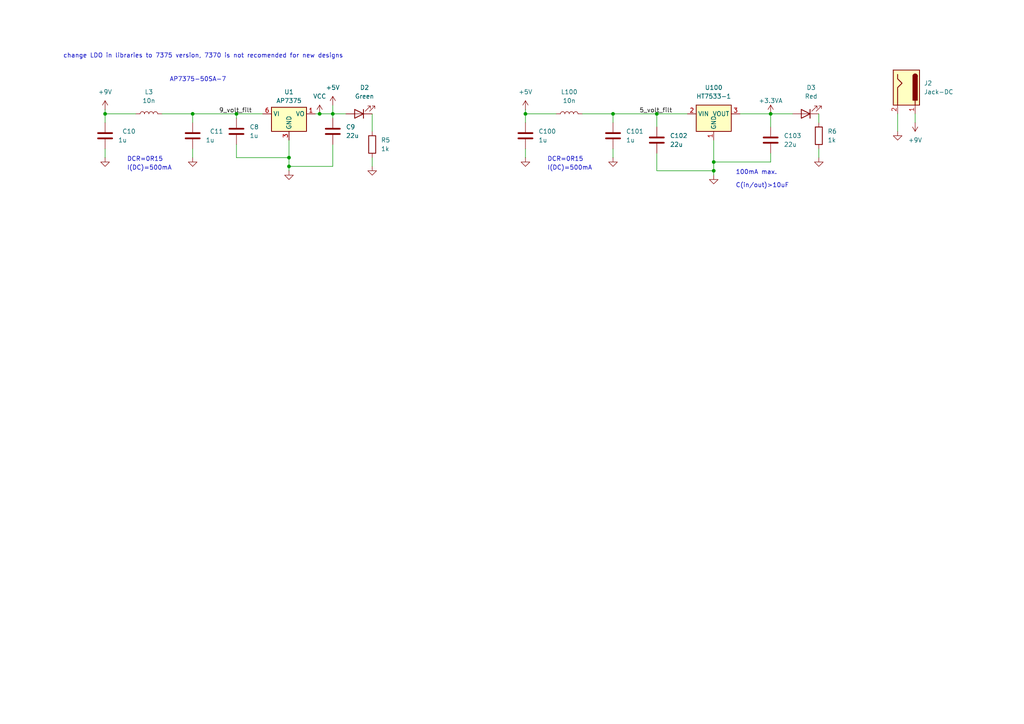
<source format=kicad_sch>
(kicad_sch (version 20250114) (generator "eeschema") (generator_version "9.0")
  (paper "A4")
  (lib_symbols
    (symbol "Connector:Jack-DC" (pin_names (offset 1.016))
      (property "Reference" "J" (at 0 5.334 0))
      (property "Value" "Jack-DC" (at 0 -5.08 0))
      (symbol "Jack-DC_0_1"
        (rectangle (start -5.08 3.81) (end 5.08 -3.81) (stroke (width 0.254)) (fill (type background)))
        (polyline (pts (xy -3.81 -2.54) (xy -2.54 -2.54) (xy -1.27 -1.27) (xy 0 -2.54) (xy 2.54 -2.54) (xy 5.08 -2.54)) (stroke (width 0.254)))
        (arc (start -3.302 1.905) (mid -3.9343 2.54) (end -3.302 3.175) (stroke (width 0.254)))
        (arc (start -3.302 1.905) (mid -3.9343 2.54) (end -3.302 3.175) (stroke (width 0.254)) (fill (type outline)))
        (rectangle (start 3.683 3.175) (end -3.302 1.905) (stroke (width 0.254)) (fill (type outline)))
        (polyline (pts (xy 5.08 2.54) (xy 3.81 2.54)) (stroke (width 0.254)))
      )
      (symbol "Jack-DC_1_1"
        (pin passive line (at 7.62 2.54 180) (length 2.54) (name "~") (number "1"))
        (pin passive line (at 7.62 -2.54 180) (length 2.54) (name "~") (number "2"))
      )
    )
    (symbol "Device:C" (pin_numbers (hide yes)) (pin_names (offset 0.254))
      (property "Reference" "C" (at 0.635 2.54 0))
      (property "Value" "C" (at 0.635 -2.54 0))
      (symbol "C_0_1"
        (polyline (pts (xy -2.032 0.762) (xy 2.032 0.762)) (stroke (width 0.508)))
        (polyline (pts (xy -2.032 -0.762) (xy 2.032 -0.762)) (stroke (width 0.508)))
      )
      (symbol "C_1_1"
        (pin passive line (at 0 3.81 270) (length 2.794) (name "~") (number "1"))
        (pin passive line (at 0 -3.81 90) (length 2.794) (name "~") (number "2"))
      )
    )
    (symbol "Device:L" (pin_numbers (hide yes)) (pin_names (offset 1.016) (hide yes))
      (property "Reference" "L" (at -1.27 0 90))
      (property "Value" "L" (at 1.905 0 90))
      (symbol "L_0_1"
        (arc (start 0 2.54) (mid 0.6323 1.905) (end 0 1.27))
        (arc (start 0 1.27) (mid 0.6323 0.635) (end 0 0))
        (arc (start 0 0) (mid 0.6323 -0.635) (end 0 -1.27))
        (arc (start 0 -1.27) (mid 0.6323 -1.905) (end 0 -2.54))
      )
      (symbol "L_1_1"
        (pin passive line (at 0 3.81 270) (length 1.27) (name "1") (number "1"))
        (pin passive line (at 0 -3.81 90) (length 1.27) (name "2") (number "2"))
      )
    )
    (symbol "Device:LED" (pin_numbers (hide yes)) (pin_names (offset 1.016) (hide yes))
      (property "Reference" "D" (at 0 2.54 0))
      (property "Value" "LED" (at 0 -2.54 0))
      (symbol "LED_0_1"
        (polyline (pts (xy -3.048 -0.762) (xy -4.572 -2.286) (xy -3.81 -2.286) (xy -4.572 -2.286) (xy -4.572 -1.524)))
        (polyline (pts (xy -1.778 -0.762) (xy -3.302 -2.286) (xy -2.54 -2.286) (xy -3.302 -2.286) (xy -3.302 -1.524)))
        (polyline (pts (xy -1.27 0) (xy 1.27 0)))
        (polyline (pts (xy -1.27 -1.27) (xy -1.27 1.27)) (stroke (width 0.254)))
        (polyline (pts (xy 1.27 -1.27) (xy 1.27 1.27) (xy -1.27 0) (xy 1.27 -1.27)) (stroke (width 0.254)))
      )
      (symbol "LED_1_1"
        (pin passive line (at -3.81 0 0) (length 2.54) (name "K") (number "1"))
        (pin passive line (at 3.81 0 180) (length 2.54) (name "A") (number "2"))
      )
    )
    (symbol "Device:R" (pin_numbers (hide yes)) (pin_names (offset 0))
      (property "Reference" "R" (at 2.032 0 90))
      (property "Value" "R" (at 0 0 90))
      (symbol "R_0_1"
        (rectangle (start -1.016 -2.54) (end 1.016 2.54) (stroke (width 0.254)))
      )
      (symbol "R_1_1"
        (pin passive line (at 0 3.81 270) (length 1.27) (name "~") (number "1"))
        (pin passive line (at 0 -3.81 90) (length 1.27) (name "~") (number "2"))
      )
    )
    (symbol "Regulator_Linear:AP7370-50FDC"
      (property "Reference" "U" (at -3.81 3.175 0))
      (property "Value" "AP7370-50FDC" (at 0 3.175 0))
      (symbol "AP7370-50FDC_0_1"
        (rectangle (start -5.08 -5.08) (end 5.08 1.905) (stroke (width 0.254)) (fill (type background)))
      )
      (symbol "AP7370-50FDC_1_1"
        (pin power_in line (at -7.62 0 0) (length 2.54) (name "VI") (number "6"))
        (pin no_connect line (at -5.08 -2.54 0) (length 2.54) (hide yes) (name "NC") (number "2"))
        (pin no_connect line (at -5.08 -5.08 0) (length 2.54) (hide yes) (name "NC") (number "5"))
        (pin power_in line (at 0 -7.62 90) (length 2.54) (name "GND") (number "3"))
        (pin passive line (at 0 -7.62 90) (length 2.54) (hide yes) (name "GND") (number "7"))
        (pin no_connect line (at 5.08 -2.54 180) (length 2.54) (hide yes) (name "NC") (number "4"))
        (pin power_out line (at 7.62 0 180) (length 2.54) (name "VO") (number "1"))
      )
    )
    (symbol "Regulator_Linear:HT75xx-1-SOT89"
      (property "Reference" "U" (at -5.08 -3.81 0))
      (property "Value" "HT75xx-1-SOT89" (at 0 6.35 0))
      (symbol "HT75xx-1-SOT89_0_1"
        (rectangle (start -5.08 5.08) (end 5.08 -2.54) (stroke (width 0.254)) (fill (type background)))
      )
      (symbol "HT75xx-1-SOT89_1_1"
        (pin power_in line (at -7.62 2.54 0) (length 2.54) (name "VIN") (number "2"))
        (pin power_in line (at 0 -5.08 90) (length 2.54) (name "GND") (number "1"))
        (pin power_out line (at 7.62 2.54 180) (length 2.54) (name "VOUT") (number "3"))
      )
    )
    (symbol "power:+3.3VA" (power) (pin_names (offset 0))
      (property "Value" "+3.3VA" (at 0 3.556 0))
      (symbol "+3.3VA_0_1"
        (polyline (pts (xy -0.762 1.27) (xy 0 2.54)))
        (polyline (pts (xy 0 2.54) (xy 0.762 1.27)))
        (polyline (pts (xy 0 0) (xy 0 2.54)))
      )
      (symbol "+3.3VA_1_1"
        (pin power_in line (at 0 0 90) (length 0) (hide yes) (name "+3.3VA") (number "1"))
      )
    )
    (symbol "power:+5V" (power) (pin_numbers (hide yes)) (pin_names (offset 0) (hide yes))
      (property "Value" "+5V" (at 0 3.556 0))
      (symbol "+5V_0_1"
        (polyline (pts (xy -0.762 1.27) (xy 0 2.54)))
        (polyline (pts (xy 0 2.54) (xy 0.762 1.27)))
        (polyline (pts (xy 0 0) (xy 0 2.54)))
      )
      (symbol "+5V_1_1"
        (pin power_in line (at 0 0 90) (length 0) (name "~") (number "1"))
      )
    )
    (symbol "power:+9V" (power) (pin_numbers (hide yes)) (pin_names (offset 0) (hide yes))
      (property "Value" "+9V" (at 0 3.556 0))
      (symbol "+9V_0_1"
        (polyline (pts (xy -0.762 1.27) (xy 0 2.54)))
        (polyline (pts (xy 0 2.54) (xy 0.762 1.27)))
        (polyline (pts (xy 0 0) (xy 0 2.54)))
      )
      (symbol "+9V_1_1"
        (pin power_in line (at 0 0 90) (length 0) (name "~") (number "1"))
      )
    )
    (symbol "power:GND" (power) (pin_numbers (hide yes)) (pin_names (offset 0) (hide yes))
      (property "Value" "GND" (at 0 -3.81 0))
      (symbol "GND_0_1"
        (polyline (pts (xy 0 0) (xy 0 -1.27) (xy 1.27 -1.27) (xy 0 -2.54) (xy -1.27 -1.27) (xy 0 -1.27)))
      )
      (symbol "GND_1_1"
        (pin power_in line (at 0 0 270) (length 0) (name "~") (number "1"))
      )
    )
    (symbol "power:VCC" (power) (pin_numbers (hide yes)) (pin_names (offset 0) (hide yes))
      (property "Value" "VCC" (at 0 3.556 0))
      (symbol "VCC_0_1"
        (polyline (pts (xy -0.762 1.27) (xy 0 2.54)))
        (polyline (pts (xy 0 2.54) (xy 0.762 1.27)))
        (polyline (pts (xy 0 0) (xy 0 2.54)))
      )
      (symbol "VCC_1_1"
        (pin power_in line (at 0 0 90) (length 0) (name "~") (number "1"))
      )
    )
  )
  (text "I(DC)=500mA" (at 158.75 49.53 0) (effects (font (size 1.27 1.27)) (justify left bottom)))
  (text "DCR=0R15" (at 158.75 46.99 0) (effects (font (size 1.27 1.27)) (justify left bottom)))
  (text "C(in/out)>10uF" (at 213.36 54.61 0) (effects (font (size 1.27 1.27)) (justify left bottom)))
  (text "DCR=0R15" (at 36.83 46.99 0) (effects (font (size 1.27 1.27)) (justify left bottom)))
  (text "100mA max." (at 213.36 50.8 0) (effects (font (size 1.27 1.27)) (justify left bottom)))
  (text "change LDO in libraries to 7375 version, 7370 is not recomended for new designs\n" (at 58.928 16.256 0) (effects (font (size 1.27 1.27))))
  (text "I(DC)=500mA" (at 36.83 49.53 0) (effects (font (size 1.27 1.27)) (justify left bottom)))
  (text "AP7375-50SA-7" (at 57.404 23.114 0) (effects (font (size 1.27 1.27))))
  (junction (at 96.52 33.02))
  (junction (at 207.01 49.53))
  (junction (at 30.48 33.02))
  (junction (at 83.82 48.26))
  (junction (at 68.58 33.02))
  (junction (at 152.4 33.02))
  (junction (at 177.8 33.02))
  (junction (at 190.5 33.02))
  (junction (at 55.88 33.02))
  (junction (at 207.01 46.99))
  (junction (at 223.52 33.02))
  (junction (at 92.71 33.02))
  (junction (at 83.82 45.72))
  (wire (pts (xy 96.52 33.02) (xy 92.71 33.02)))
  (wire (pts (xy 207.01 46.99) (xy 207.01 49.53)))
  (wire (pts (xy 265.43 33.02) (xy 265.43 35.56)))
  (wire (pts (xy 168.91 33.02) (xy 177.8 33.02)))
  (wire (pts (xy 55.88 33.02) (xy 68.58 33.02)))
  (wire (pts (xy 190.5 33.02) (xy 190.5 36.83)))
  (wire (pts (xy 223.52 33.02) (xy 223.52 36.83)))
  (wire (pts (xy 30.48 33.02) (xy 30.48 35.56)))
  (wire (pts (xy 199.39 33.02) (xy 190.5 33.02)))
  (wire (pts (xy 96.52 33.02) (xy 96.52 34.29)))
  (wire (pts (xy 107.95 33.02) (xy 107.95 38.1)))
  (wire (pts (xy 177.8 45.72) (xy 177.8 43.18)))
  (wire (pts (xy 68.58 33.02) (xy 76.2 33.02)))
  (wire (pts (xy 83.82 49.53) (xy 83.82 48.26)))
  (wire (pts (xy 260.35 33.02) (xy 260.35 38.1)))
  (wire (pts (xy 214.63 33.02) (xy 223.52 33.02)))
  (wire (pts (xy 237.49 33.02) (xy 237.49 35.56)))
  (wire (pts (xy 177.8 33.02) (xy 190.5 33.02)))
  (wire (pts (xy 46.99 33.02) (xy 55.88 33.02)))
  (wire (pts (xy 107.95 45.72) (xy 107.95 48.26)))
  (wire (pts (xy 207.01 49.53) (xy 190.5 49.53)))
  (wire (pts (xy 96.52 48.26) (xy 83.82 48.26)))
  (wire (pts (xy 68.58 45.72) (xy 83.82 45.72)))
  (wire (pts (xy 30.48 33.02) (xy 39.37 33.02)))
  (wire (pts (xy 152.4 45.72) (xy 152.4 43.18)))
  (wire (pts (xy 83.82 48.26) (xy 83.82 45.72)))
  (wire (pts (xy 96.52 30.48) (xy 96.52 33.02)))
  (wire (pts (xy 92.71 33.02) (xy 91.44 33.02)))
  (wire (pts (xy 83.82 40.64) (xy 83.82 45.72)))
  (wire (pts (xy 55.88 35.56) (xy 55.88 33.02)))
  (wire (pts (xy 152.4 33.02) (xy 161.29 33.02)))
  (wire (pts (xy 96.52 33.02) (xy 100.33 33.02)))
  (wire (pts (xy 152.4 33.02) (xy 152.4 35.56)))
  (wire (pts (xy 177.8 35.56) (xy 177.8 33.02)))
  (wire (pts (xy 96.52 41.91) (xy 96.52 48.26)))
  (wire (pts (xy 30.48 31.75) (xy 30.48 33.02)))
  (wire (pts (xy 237.49 43.18) (xy 237.49 45.72)))
  (wire (pts (xy 55.88 45.72) (xy 55.88 43.18)))
  (wire (pts (xy 30.48 45.72) (xy 30.48 43.18)))
  (wire (pts (xy 68.58 34.29) (xy 68.58 33.02)))
  (wire (pts (xy 223.52 46.99) (xy 223.52 44.45)))
  (wire (pts (xy 207.01 49.53) (xy 207.01 50.8)))
  (wire (pts (xy 152.4 31.75) (xy 152.4 33.02)))
  (wire (pts (xy 207.01 46.99) (xy 223.52 46.99)))
  (wire (pts (xy 223.52 33.02) (xy 229.87 33.02)))
  (wire (pts (xy 207.01 40.64) (xy 207.01 46.99)))
  (wire (pts (xy 68.58 45.72) (xy 68.58 41.91)))
  (wire (pts (xy 190.5 44.45) (xy 190.5 49.53)))
  (label "5_volt_filt" (at 185.42 33.02 0))
  (label "9_volt_filt" (at 63.5 33.02 0))
  (symbol (lib_id "Regulator_Linear:HT75xx-1-SOT89") (at 207.01 35.56 0) (unit 1)
    (property "Reference" "U100" (at 207.01 25.4 0))
    (property "Value" "HT7533-1" (at 207.01 27.94 0))
    (property "Footprint" "Package_TO_SOT_SMD:SOT-89-3" (effects (hide yes)))
    (property "Datasheet" "https://www.holtek.com/documents/10179/116711/HT75xx-1v250.pdf" (effects (hide yes)))
  )
  (symbol (lib_id "Device:C") (at 190.5 40.64 0) (unit 1)
    (property "Reference" "C102" (at 194.31 39.37 0) (effects (justify left)))
    (property "Value" "22u" (at 194.31 41.91 0) (effects (justify left)))
    (property "Footprint" "Capacitor_SMD:C_0805_2012Metric" (effects (hide yes)))
  )
  (symbol (lib_id "Device:C") (at 223.52 40.64 0) (unit 1)
    (property "Reference" "C103" (at 227.33 39.37 0) (effects (justify left)))
    (property "Value" "22u" (at 227.33 41.91 0) (effects (justify left)))
    (property "Footprint" "Capacitor_SMD:C_0805_2012Metric" (effects (hide yes)))
  )
  (symbol (lib_id "Device:C") (at 152.4 39.37 0) (mirror y) (unit 1)
    (property "Reference" "C100" (at 161.29 38.1 0) (effects (justify left)))
    (property "Value" "1u" (at 158.75 40.64 0) (effects (justify left)))
    (property "Footprint" "Capacitor_SMD:C_0603_1608Metric" (effects (hide yes)))
  )
  (symbol (lib_id "Device:C") (at 177.8 39.37 0) (mirror y) (unit 1)
    (property "Reference" "C101" (at 186.69 38.1 0) (effects (justify left)))
    (property "Value" "1u" (at 184.15 40.64 0) (effects (justify left)))
    (property "Footprint" "Capacitor_SMD:C_0603_1608Metric" (effects (hide yes)))
  )
  (symbol (lib_id "Device:R") (at 107.95 41.91 0) (unit 1)
    (property "Reference" "R5" (at 110.49 40.6399 0) (effects (justify left)))
    (property "Value" "1k" (at 110.49 43.1799 0) (effects (justify left)))
    (property "Description" "Resistor" (effects (hide yes)))
  )
  (symbol (lib_id "power:GND") (at 55.88 45.72 0) (unit 1)
    (property "Reference" "#PWR022" (effects (hide yes)))
    (property "Value" "GND" (effects (hide yes)))
  )
  (symbol (lib_id "Device:C") (at 68.58 38.1 0) (unit 1)
    (property "Reference" "C8" (at 72.39 36.8299 0) (effects (justify left)))
    (property "Value" "1u" (at 72.39 39.3699 0) (effects (justify left)))
    (property "Description" "Unpolarized capacitor" (effects (hide yes)))
  )
  (symbol (lib_id "Device:LED") (at 104.14 33.02 180) (unit 1)
    (property "Reference" "D2" (at 105.7275 25.4 0))
    (property "Value" "Green" (at 105.7275 27.94 0))
    (property "Description" "Light emitting diode" (effects (hide yes)))
    (property "Sim.Pins" "1=K 2=A" (effects (hide yes)))
  )
  (symbol (lib_id "Device:L") (at 165.1 33.02 90) (unit 1)
    (property "Reference" "L100" (at 165.1 26.67 90))
    (property "Value" "10n" (at 165.1 29.21 90))
    (property "Footprint" "Inductor_SMD:L_0402_1005Metric" (effects (hide yes)))
  )
  (symbol (lib_id "power:GND") (at 177.8 45.72 0) (unit 1)
    (property "Reference" "#PWR016" (effects (hide yes)))
    (property "Value" "GND" (effects (hide yes)))
  )
  (symbol (lib_id "Device:LED") (at 233.68 33.02 180) (unit 1)
    (property "Reference" "D3" (at 235.2675 25.4 0))
    (property "Value" "Red" (at 235.2675 27.94 0))
    (property "Description" "Light emitting diode" (effects (hide yes)))
    (property "Sim.Pins" "1=K 2=A" (effects (hide yes)))
  )
  (symbol (lib_id "power:GND") (at 237.49 45.72 0) (unit 1)
    (property "Reference" "#PWR023" (effects (hide yes)))
    (property "Value" "GND" (effects (hide yes)))
    (property "Description" "Power symbol creates a global label with name \"GND\" , ground" (effects (hide yes)))
  )
  (symbol (lib_id "Device:C") (at 96.52 38.1 0) (unit 1)
    (property "Reference" "C9" (at 100.33 36.8299 0) (effects (justify left)))
    (property "Value" "22u" (at 100.33 39.3699 0) (effects (justify left)))
    (property "Description" "Unpolarized capacitor" (effects (hide yes)))
  )
  (symbol (lib_id "power:+3.3VA") (at 223.52 33.02 0) (unit 1)
    (property "Reference" "#PWR012" (effects (hide yes)))
    (property "Value" "+3.3VA" (at 223.52 29.21 0))
  )
  (symbol (lib_id "Device:C") (at 30.48 39.37 0) (mirror y) (unit 1)
    (property "Reference" "C10" (at 39.37 38.1 0) (effects (justify left)))
    (property "Value" "1u" (at 36.83 40.64 0) (effects (justify left)))
    (property "Footprint" "Capacitor_SMD:C_0603_1608Metric" (effects (hide yes)))
  )
  (symbol (lib_id "power:VCC") (at 92.71 33.02 0) (unit 1)
    (property "Reference" "#PWR024" (effects (hide yes)))
    (property "Value" "VCC" (at 92.71 27.94 0))
    (property "Description" "Power symbol creates a global label with name \"VCC\"" (effects (hide yes)))
  )
  (symbol (lib_id "power:GND") (at 83.82 49.53 0) (unit 1)
    (property "Reference" "#PWR018" (effects (hide yes)))
    (property "Value" "GND" (effects (hide yes)))
    (property "Description" "Power symbol creates a global label with name \"GND\" , ground" (effects (hide yes)))
  )
  (symbol (lib_id "power:+5V") (at 152.4 31.75 0) (unit 1)
    (property "Reference" "#PWR013" (effects (hide yes)))
    (property "Value" "+5V" (at 152.4 26.67 0))
    (property "Description" "Power symbol creates a global label with name \"+5V\"" (effects (hide yes)))
  )
  (symbol (lib_id "power:GND") (at 107.95 48.26 0) (unit 1)
    (property "Reference" "#PWR021" (effects (hide yes)))
    (property "Value" "GND" (effects (hide yes)))
    (property "Description" "Power symbol creates a global label with name \"GND\" , ground" (effects (hide yes)))
  )
  (symbol (lib_id "power:GND") (at 152.4 45.72 0) (unit 1)
    (property "Reference" "#PWR015" (effects (hide yes)))
    (property "Value" "GND" (effects (hide yes)))
  )
  (symbol (lib_id "power:GND") (at 260.35 38.1 0) (unit 1)
    (property "Reference" "#PWR010" (effects (hide yes)))
    (property "Value" "GND" (effects (hide yes)))
    (property "Description" "Power symbol creates a global label with name \"GND\" , ground" (effects (hide yes)))
  )
  (symbol (lib_id "Regulator_Linear:AP7370-50FDC") (at 83.82 33.02 0) (unit 1)
    (property "Reference" "U1" (at 83.82 26.67 0))
    (property "Value" "AP7375" (at 83.82 29.21 0))
    (property "Footprint" "Package_DFN_QFN:DFN-6-1EP_2x2mm_P0.65mm_EP1.01x1.7mm" (effects (hide yes)))
    (property "Datasheet" "https://www.diodes.com/assets/Datasheets/AP7370.pdf" (effects (hide yes)))
    (property "Description" "350mA Low-Dropout Linear Regulator, 5.0V fixed output, DFN-6" (effects (hide yes)))
  )
  (symbol (lib_id "Device:L") (at 43.18 33.02 90) (unit 1)
    (property "Reference" "L3" (at 43.18 26.67 90))
    (property "Value" "10n" (at 43.18 29.21 90))
    (property "Footprint" "Inductor_SMD:L_0402_1005Metric" (effects (hide yes)))
  )
  (symbol (lib_id "power:+9V") (at 30.48 31.75 0) (unit 1)
    (property "Reference" "#PWR019" (effects (hide yes)))
    (property "Value" "+9V" (at 30.48 26.67 0))
    (property "Description" "Power symbol creates a global label with name \"+9V\"" (effects (hide yes)))
  )
  (symbol (lib_id "Connector:Jack-DC") (at 262.89 25.4 270) (unit 1)
    (property "Reference" "J2" (at 267.97 24.1299 90) (effects (justify left)))
    (property "Value" "Jack-DC" (at 267.97 26.6699 90) (effects (justify left)))
    (property "Description" "DC Barrel Jack" (effects (hide yes)))
  )
  (symbol (lib_id "Device:R") (at 237.49 39.37 0) (unit 1)
    (property "Reference" "R6" (at 240.03 38.0999 0) (effects (justify left)))
    (property "Value" "1k" (at 240.03 40.6399 0) (effects (justify left)))
    (property "Description" "Resistor" (effects (hide yes)))
  )
  (symbol (lib_id "power:GND") (at 30.48 45.72 0) (unit 1)
    (property "Reference" "#PWR020" (effects (hide yes)))
    (property "Value" "GND" (effects (hide yes)))
  )
  (symbol (lib_id "Device:C") (at 55.88 39.37 0) (mirror y) (unit 1)
    (property "Reference" "C11" (at 64.77 38.1 0) (effects (justify left)))
    (property "Value" "1u" (at 62.23 40.64 0) (effects (justify left)))
    (property "Footprint" "Capacitor_SMD:C_0603_1608Metric" (effects (hide yes)))
  )
  (symbol (lib_id "power:+9V") (at 265.43 35.56 180) (unit 1)
    (property "Reference" "#PWR014" (effects (hide yes)))
    (property "Value" "+9V" (at 265.43 40.64 0))
    (property "Description" "Power symbol creates a global label with name \"+9V\"" (effects (hide yes)))
  )
  (symbol (lib_id "power:+5V") (at 96.52 30.48 0) (unit 1)
    (property "Reference" "#PWR017" (effects (hide yes)))
    (property "Value" "+5V" (at 96.52 25.4 0))
    (property "Description" "Power symbol creates a global label with name \"+5V\"" (effects (hide yes)))
  )
  (symbol (lib_id "power:GND") (at 207.01 50.8 0) (unit 1)
    (property "Reference" "#PWR011" (effects (hide yes)))
    (property "Value" "GND" (effects (hide yes)))
  )
)
</source>
